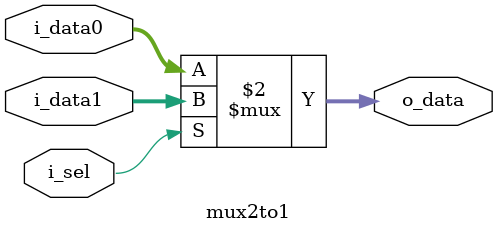
<source format=sv>
module mux2to1 (
  input  logic i_sel,
  input  logic [31:0]  i_data0,
  input  logic [31:0]  i_data1,
  output logic [31:0]  o_data
);
  assign o_data = (!i_sel) ? i_data0 : i_data1;
  
endmodule
</source>
